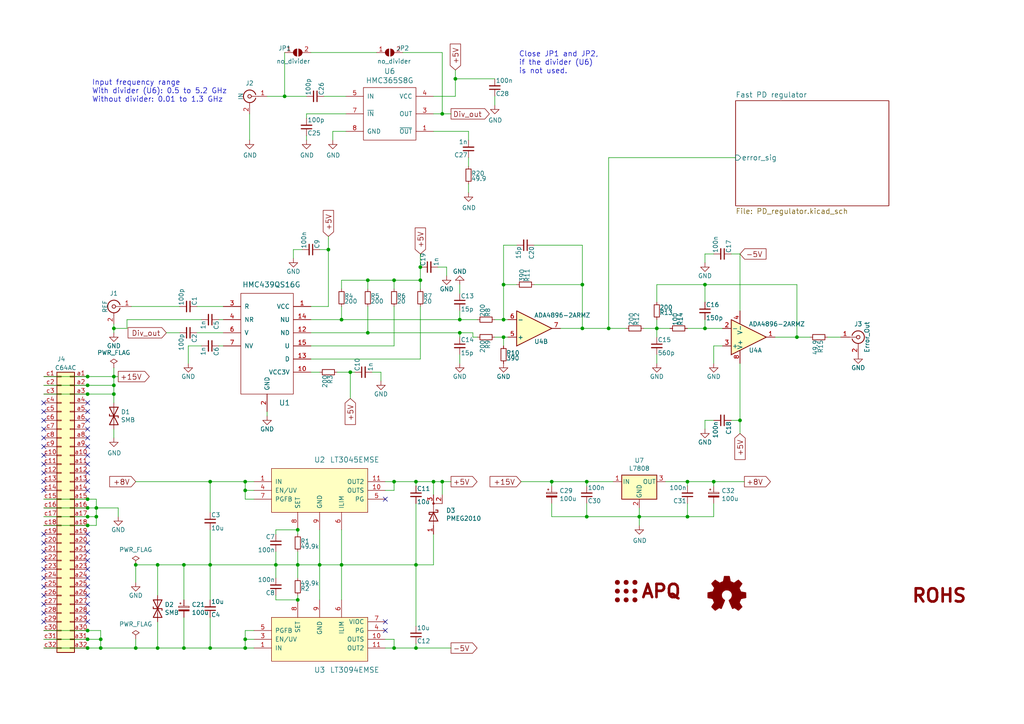
<source format=kicad_sch>
(kicad_sch (version 20211123) (generator eeschema)
  (paper "A4")
  (title_block (title "Phase-Frequency Detector") (date "2023-06-16") (rev "1.4.1") (company "Atoms-Photons-Quanta, IAP, TU Darmstadt") (comment 1 "Tilman Preuschoff"))
  (junction (at 99.06 163.83))
  (junction (at 25.4 149.86))
  (junction (at 82.55 27.94))
  (junction (at 146.05 92.71))
  (junction (at 33.02 111.76))
  (junction (at 120.65 187.96))
  (junction (at 25.4 109.22))
  (junction (at 29.21 187.96))
  (junction (at 25.4 147.32))
  (junction (at 168.91 82.55))
  (junction (at 80.01 163.83))
  (junction (at 33.02 114.3))
  (junction (at 25.4 111.76))
  (junction (at 25.4 152.4))
  (junction (at 60.96 163.83))
  (junction (at 199.39 149.86))
  (junction (at 45.72 187.96))
  (junction (at 190.5 95.25))
  (junction (at 39.37 187.96))
  (junction (at 176.53 95.25))
  (junction (at 170.18 139.7))
  (junction (at 199.39 139.7))
  (junction (at 27.94 149.86))
  (junction (at 25.4 185.42))
  (junction (at 71.12 187.96))
  (junction (at 133.35 92.71))
  (junction (at 71.12 139.7))
  (junction (at 106.68 81.28))
  (junction (at 39.37 163.83))
  (junction (at 86.36 173.99))
  (junction (at 204.47 95.25))
  (junction (at 160.02 139.7))
  (junction (at 185.42 149.86))
  (junction (at 86.36 153.67))
  (junction (at 25.4 114.3))
  (junction (at 86.36 163.83))
  (junction (at 114.3 81.28))
  (junction (at 114.3 139.7))
  (junction (at 128.27 33.02))
  (junction (at 101.6 107.95))
  (junction (at 121.92 77.47))
  (junction (at 60.96 187.96))
  (junction (at 53.34 187.96))
  (junction (at 25.4 144.78))
  (junction (at 133.35 96.52))
  (junction (at 120.65 163.83))
  (junction (at 121.92 81.28))
  (junction (at 71.12 142.24))
  (junction (at 207.01 139.7))
  (junction (at 106.68 96.52))
  (junction (at 170.18 149.86))
  (junction (at 53.34 163.83))
  (junction (at 99.06 92.71))
  (junction (at 125.73 139.7))
  (junction (at 214.63 121.92))
  (junction (at 120.65 139.7))
  (junction (at 114.3 187.96))
  (junction (at 231.14 97.79))
  (junction (at 146.05 97.79))
  (junction (at 25.4 187.96))
  (junction (at 95.25 72.39))
  (junction (at 45.72 163.83))
  (junction (at 27.94 147.32))
  (junction (at 128.27 139.7))
  (junction (at 146.05 82.55))
  (junction (at 204.47 82.55))
  (junction (at 33.02 95.25))
  (junction (at 71.12 185.42))
  (junction (at 60.96 139.7))
  (junction (at 29.21 185.42))
  (junction (at 168.91 95.25))
  (junction (at 132.08 22.86))
  (junction (at 25.4 182.88))
  (junction (at 33.02 109.22))
  (junction (at 92.71 163.83))
  (no_connect (at 12.7 137.16))
  (no_connect (at 25.4 160.02))
  (no_connect (at 25.4 134.62))
  (no_connect (at 12.7 180.34))
  (no_connect (at 25.4 177.8))
  (no_connect (at 12.7 142.24))
  (no_connect (at 25.4 127))
  (no_connect (at 12.7 162.56))
  (no_connect (at 12.7 165.1))
  (no_connect (at 12.7 139.7))
  (no_connect (at 12.7 127))
  (no_connect (at 25.4 172.72))
  (no_connect (at 12.7 175.26))
  (no_connect (at 25.4 162.56))
  (no_connect (at 25.4 129.54))
  (no_connect (at 25.4 170.18))
  (no_connect (at 12.7 160.02))
  (no_connect (at 12.7 170.18))
  (no_connect (at 25.4 132.08))
  (no_connect (at 12.7 132.08))
  (no_connect (at 25.4 142.24))
  (no_connect (at 25.4 137.16))
  (no_connect (at 12.7 177.8))
  (no_connect (at 12.7 129.54))
  (no_connect (at 12.7 121.92))
  (no_connect (at 12.7 119.38))
  (no_connect (at 12.7 116.84))
  (no_connect (at 25.4 139.7))
  (no_connect (at 12.7 154.94))
  (no_connect (at 25.4 157.48))
  (no_connect (at 111.76 182.88))
  (no_connect (at 111.76 144.78))
  (no_connect (at 25.4 180.34))
  (no_connect (at 25.4 119.38))
  (no_connect (at 25.4 121.92))
  (no_connect (at 25.4 116.84))
  (no_connect (at 111.76 180.34))
  (no_connect (at 25.4 175.26))
  (no_connect (at 12.7 172.72))
  (no_connect (at 12.7 157.48))
  (no_connect (at 12.7 134.62))
  (no_connect (at 25.4 165.1))
  (no_connect (at 12.7 167.64))
  (no_connect (at 25.4 124.46))
  (no_connect (at 25.4 154.94))
  (no_connect (at 12.7 124.46))
  (no_connect (at 25.4 167.64))
  (wire (pts (xy 71.12 185.42) (xy 71.12 187.96)))
  (wire (pts (xy 114.3 142.24) (xy 114.3 139.7)))
  (wire (pts (xy 135.89 55.88) (xy 135.89 53.34)))
  (wire (pts (xy 52.07 96.52) (xy 48.26 96.52)))
  (wire (pts (xy 27.94 149.86) (xy 27.94 152.4)))
  (wire (pts (xy 99.06 163.83) (xy 99.06 173.99)))
  (wire (pts (xy 120.65 139.7) (xy 120.65 140.97)))
  (wire (pts (xy 168.91 95.25) (xy 168.91 82.55)))
  (wire (pts (xy 114.3 88.9) (xy 114.3 100.33)))
  (wire (pts (xy 146.05 92.71) (xy 147.32 92.71)))
  (wire (pts (xy 95.25 72.39) (xy 95.25 88.9)))
  (wire (pts (xy 25.4 182.88) (xy 29.21 182.88)))
  (wire (pts (xy 36.83 92.71) (xy 36.83 95.25)))
  (wire (pts (xy 114.3 100.33) (xy 90.17 100.33)))
  (wire (pts (xy 190.5 95.25) (xy 194.31 95.25)))
  (wire (pts (xy 101.6 107.95) (xy 102.87 107.95)))
  (wire (pts (xy 176.53 95.25) (xy 176.53 45.72)))
  (wire (pts (xy 130.81 33.02) (xy 128.27 33.02)))
  (wire (pts (xy 86.36 160.02) (xy 86.36 163.83)))
  (wire (pts (xy 95.25 68.58) (xy 95.25 72.39)))
  (wire (pts (xy 25.4 147.32) (xy 27.94 147.32)))
  (wire (pts (xy 27.94 147.32) (xy 27.94 149.86)))
  (wire (pts (xy 110.49 107.95) (xy 110.49 110.49)))
  (wire (pts (xy 71.12 144.78) (xy 73.66 144.78)))
  (wire (pts (xy 106.68 88.9) (xy 106.68 96.52)))
  (wire (pts (xy 143.51 27.94) (xy 143.51 30.48)))
  (wire (pts (xy 99.06 163.83) (xy 120.65 163.83)))
  (wire (pts (xy 204.47 92.71) (xy 204.47 95.25)))
  (wire (pts (xy 114.3 81.28) (xy 114.3 83.82)))
  (wire (pts (xy 132.08 27.94) (xy 125.73 27.94)))
  (wire (pts (xy 185.42 149.86) (xy 199.39 149.86)))
  (wire (pts (xy 73.66 182.88) (xy 71.12 182.88)))
  (wire (pts (xy 133.35 96.52) (xy 133.35 97.79)))
  (wire (pts (xy 77.47 27.94) (xy 82.55 27.94)))
  (wire (pts (xy 25.4 144.78) (xy 27.94 144.78)))
  (wire (pts (xy 120.65 163.83) (xy 120.65 181.61)))
  (wire (pts (xy 86.36 163.83) (xy 92.71 163.83)))
  (wire (pts (xy 92.71 72.39) (xy 95.25 72.39)))
  (wire (pts (xy 231.14 97.79) (xy 234.95 97.79)))
  (wire (pts (xy 33.02 111.76) (xy 33.02 109.22)))
  (wire (pts (xy 132.08 22.86) (xy 143.51 22.86)))
  (wire (pts (xy 162.56 95.25) (xy 168.91 95.25)))
  (wire (pts (xy 133.35 92.71) (xy 138.43 92.71)))
  (wire (pts (xy 125.73 163.83) (xy 120.65 163.83)))
  (wire (pts (xy 39.37 163.83) (xy 45.72 163.83)))
  (wire (pts (xy 204.47 73.66) (xy 207.01 73.66)))
  (wire (pts (xy 33.02 95.25) (xy 33.02 96.52)))
  (wire (pts (xy 185.42 149.86) (xy 185.42 152.4)))
  (wire (pts (xy 53.34 173.99) (xy 53.34 163.83)))
  (wire (pts (xy 114.3 81.28) (xy 121.92 81.28)))
  (wire (pts (xy 170.18 146.05) (xy 170.18 149.86)))
  (wire (pts (xy 190.5 92.71) (xy 190.5 95.25)))
  (wire (pts (xy 64.77 88.9) (xy 57.15 88.9)))
  (wire (pts (xy 130.81 139.7) (xy 128.27 139.7)))
  (wire (pts (xy 45.72 187.96) (xy 53.34 187.96)))
  (wire (pts (xy 146.05 82.55) (xy 149.86 82.55)))
  (wire (pts (xy 45.72 163.83) (xy 53.34 163.83)))
  (wire (pts (xy 121.92 104.14) (xy 90.17 104.14)))
  (wire (pts (xy 86.36 163.83) (xy 86.36 167.64)))
  (wire (pts (xy 99.06 88.9) (xy 99.06 92.71)))
  (wire (pts (xy 33.02 109.22) (xy 34.29 109.22)))
  (wire (pts (xy 80.01 172.72) (xy 80.01 173.99)))
  (wire (pts (xy 130.81 187.96) (xy 120.65 187.96)))
  (wire (pts (xy 154.94 71.12) (xy 168.91 71.12)))
  (wire (pts (xy 168.91 71.12) (xy 168.91 82.55)))
  (wire (pts (xy 146.05 82.55) (xy 146.05 71.12)))
  (wire (pts (xy 86.36 173.99) (xy 86.36 172.72)))
  (wire (pts (xy 85.09 72.39) (xy 85.09 74.93)))
  (wire (pts (xy 212.09 121.92) (xy 214.63 121.92)))
  (wire (pts (xy 80.01 163.83) (xy 86.36 163.83)))
  (wire (pts (xy 129.54 77.47) (xy 129.54 80.01)))
  (wire (pts (xy 99.06 153.67) (xy 99.06 163.83)))
  (wire (pts (xy 96.52 38.1) (xy 96.52 40.64)))
  (wire (pts (xy 60.96 187.96) (xy 71.12 187.96)))
  (wire (pts (xy 214.63 125.73) (xy 214.63 121.92)))
  (wire (pts (xy 160.02 149.86) (xy 170.18 149.86)))
  (wire (pts (xy 125.73 139.7) (xy 125.73 143.51)))
  (wire (pts (xy 129.54 77.47) (xy 127 77.47)))
  (wire (pts (xy 12.7 111.76) (xy 25.4 111.76)))
  (wire (pts (xy 73.66 185.42) (xy 71.12 185.42)))
  (wire (pts (xy 204.47 82.55) (xy 231.14 82.55)))
  (wire (pts (xy 71.12 139.7) (xy 71.12 142.24)))
  (wire (pts (xy 132.08 22.86) (xy 132.08 27.94)))
  (wire (pts (xy 88.9 40.64) (xy 88.9 39.37)))
  (wire (pts (xy 71.12 142.24) (xy 71.12 144.78)))
  (wire (pts (xy 80.01 163.83) (xy 80.01 167.64)))
  (wire (pts (xy 106.68 81.28) (xy 114.3 81.28)))
  (wire (pts (xy 99.06 92.71) (xy 133.35 92.71)))
  (wire (pts (xy 111.76 139.7) (xy 114.3 139.7)))
  (wire (pts (xy 93.98 27.94) (xy 100.33 27.94)))
  (wire (pts (xy 85.09 72.39) (xy 87.63 72.39)))
  (wire (pts (xy 170.18 139.7) (xy 177.8 139.7)))
  (wire (pts (xy 160.02 139.7) (xy 170.18 139.7)))
  (wire (pts (xy 38.1 88.9) (xy 52.07 88.9)))
  (wire (pts (xy 39.37 187.96) (xy 45.72 187.96)))
  (wire (pts (xy 147.32 97.79) (xy 146.05 97.79)))
  (wire (pts (xy 86.36 153.67) (xy 86.36 154.94)))
  (wire (pts (xy 36.83 95.25) (xy 33.02 95.25)))
  (wire (pts (xy 132.08 20.32) (xy 132.08 22.86)))
  (wire (pts (xy 170.18 149.86) (xy 185.42 149.86)))
  (wire (pts (xy 154.94 82.55) (xy 168.91 82.55)))
  (wire (pts (xy 33.02 127) (xy 33.02 124.46)))
  (wire (pts (xy 120.65 187.96) (xy 114.3 187.96)))
  (wire (pts (xy 121.92 73.66) (xy 121.92 77.47)))
  (wire (pts (xy 25.4 109.22) (xy 33.02 109.22)))
  (wire (pts (xy 199.39 139.7) (xy 199.39 140.97)))
  (wire (pts (xy 128.27 33.02) (xy 125.73 33.02)))
  (wire (pts (xy 190.5 95.25) (xy 190.5 97.79)))
  (wire (pts (xy 90.17 15.24) (xy 109.22 15.24)))
  (wire (pts (xy 160.02 139.7) (xy 160.02 140.97)))
  (wire (pts (xy 125.73 38.1) (xy 135.89 38.1)))
  (wire (pts (xy 29.21 182.88) (xy 29.21 185.42)))
  (wire (pts (xy 137.16 96.52) (xy 137.16 97.79)))
  (wire (pts (xy 25.4 152.4) (xy 27.94 152.4)))
  (wire (pts (xy 207.01 149.86) (xy 207.01 146.05)))
  (wire (pts (xy 146.05 71.12) (xy 149.86 71.12)))
  (wire (pts (xy 151.13 139.7) (xy 160.02 139.7)))
  (wire (pts (xy 92.71 163.83) (xy 92.71 153.67)))
  (wire (pts (xy 204.47 87.63) (xy 204.47 82.55)))
  (wire (pts (xy 199.39 139.7) (xy 207.01 139.7)))
  (wire (pts (xy 114.3 187.96) (xy 111.76 187.96)))
  (wire (pts (xy 71.12 139.7) (xy 73.66 139.7)))
  (wire (pts (xy 137.16 97.79) (xy 138.43 97.79)))
  (wire (pts (xy 58.42 100.33) (xy 54.61 100.33)))
  (wire (pts (xy 80.01 154.94) (xy 80.01 153.67)))
  (wire (pts (xy 12.7 182.88) (xy 25.4 182.88)))
  (wire (pts (xy 90.17 107.95) (xy 92.71 107.95)))
  (wire (pts (xy 29.21 185.42) (xy 29.21 187.96)))
  (wire (pts (xy 64.77 92.71) (xy 63.5 92.71)))
  (wire (pts (xy 204.47 121.92) (xy 207.01 121.92)))
  (wire (pts (xy 71.12 142.24) (xy 73.66 142.24)))
  (wire (pts (xy 120.65 139.7) (xy 114.3 139.7)))
  (wire (pts (xy 25.4 114.3) (xy 33.02 114.3)))
  (wire (pts (xy 207.01 139.7) (xy 207.01 140.97)))
  (wire (pts (xy 133.35 82.55) (xy 133.35 85.09)))
  (wire (pts (xy 160.02 146.05) (xy 160.02 149.86)))
  (wire (pts (xy 204.47 73.66) (xy 204.47 76.2)))
  (wire (pts (xy 100.33 33.02) (xy 88.9 33.02)))
  (wire (pts (xy 116.84 15.24) (xy 128.27 15.24)))
  (wire (pts (xy 111.76 185.42) (xy 114.3 185.42)))
  (wire (pts (xy 33.02 114.3) (xy 33.02 116.84)))
  (wire (pts (xy 106.68 81.28) (xy 106.68 83.82)))
  (wire (pts (xy 101.6 107.95) (xy 101.6 115.57)))
  (wire (pts (xy 60.96 139.7) (xy 71.12 139.7)))
  (wire (pts (xy 60.96 153.67) (xy 60.96 163.83)))
  (wire (pts (xy 212.09 73.66) (xy 214.63 73.66)))
  (wire (pts (xy 25.4 185.42) (xy 29.21 185.42)))
  (wire (pts (xy 128.27 15.24) (xy 128.27 33.02)))
  (wire (pts (xy 12.7 147.32) (xy 25.4 147.32)))
  (wire (pts (xy 80.01 160.02) (xy 80.01 163.83)))
  (wire (pts (xy 135.89 48.26) (xy 135.89 45.72)))
  (wire (pts (xy 12.7 114.3) (xy 25.4 114.3)))
  (wire (pts (xy 25.4 111.76) (xy 33.02 111.76)))
  (wire (pts (xy 29.21 187.96) (xy 39.37 187.96)))
  (wire (pts (xy 146.05 97.79) (xy 143.51 97.79)))
  (wire (pts (xy 199.39 149.86) (xy 207.01 149.86)))
  (wire (pts (xy 146.05 82.55) (xy 146.05 92.71)))
  (wire (pts (xy 168.91 95.25) (xy 176.53 95.25)))
  (wire (pts (xy 60.96 187.96) (xy 60.96 179.07)))
  (wire (pts (xy 27.94 147.32) (xy 34.29 147.32)))
  (wire (pts (xy 12.7 187.96) (xy 25.4 187.96)))
  (wire (pts (xy 90.17 96.52) (xy 106.68 96.52)))
  (wire (pts (xy 71.12 187.96) (xy 73.66 187.96)))
  (wire (pts (xy 60.96 139.7) (xy 60.96 148.59)))
  (wire (pts (xy 114.3 185.42) (xy 114.3 187.96)))
  (wire (pts (xy 80.01 173.99) (xy 86.36 173.99)))
  (wire (pts (xy 72.39 33.02) (xy 72.39 40.64)))
  (wire (pts (xy 146.05 97.79) (xy 146.05 100.33)))
  (wire (pts (xy 71.12 182.88) (xy 71.12 185.42)))
  (wire (pts (xy 111.76 142.24) (xy 114.3 142.24)))
  (wire (pts (xy 39.37 139.7) (xy 60.96 139.7)))
  (wire (pts (xy 27.94 144.78) (xy 27.94 147.32)))
  (wire (pts (xy 45.72 172.72) (xy 45.72 163.83)))
  (wire (pts (xy 80.01 153.67) (xy 86.36 153.67)))
  (wire (pts (xy 133.35 96.52) (xy 137.16 96.52)))
  (wire (pts (xy 12.7 144.78) (xy 25.4 144.78)))
  (wire (pts (xy 240.03 97.79) (xy 243.84 97.79)))
  (wire (pts (xy 120.65 146.05) (xy 120.65 163.83)))
  (wire (pts (xy 33.02 93.98) (xy 33.02 95.25)))
  (wire (pts (xy 121.92 81.28) (xy 121.92 77.47)))
  (wire (pts (xy 77.47 119.38) (xy 77.47 120.65)))
  (wire (pts (xy 185.42 147.32) (xy 185.42 149.86)))
  (wire (pts (xy 82.55 27.94) (xy 88.9 27.94)))
  (wire (pts (xy 53.34 187.96) (xy 60.96 187.96)))
  (wire (pts (xy 186.69 95.25) (xy 190.5 95.25)))
  (wire (pts (xy 92.71 163.83) (xy 92.71 173.99)))
  (wire (pts (xy 133.35 92.71) (xy 133.35 90.17)))
  (wire (pts (xy 12.7 185.42) (xy 25.4 185.42)))
  (wire (pts (xy 204.47 95.25) (xy 209.55 95.25)))
  (wire (pts (xy 207.01 139.7) (xy 215.9 139.7)))
  (wire (pts (xy 36.83 92.71) (xy 58.42 92.71)))
  (wire (pts (xy 190.5 82.55) (xy 204.47 82.55)))
  (wire (pts (xy 39.37 185.42) (xy 39.37 187.96)))
  (wire (pts (xy 120.65 187.96) (xy 120.65 186.69)))
  (wire (pts (xy 135.89 38.1) (xy 135.89 40.64)))
  (wire (pts (xy 133.35 102.87) (xy 133.35 105.41)))
  (wire (pts (xy 121.92 81.28) (xy 121.92 83.82)))
  (wire (pts (xy 45.72 180.34) (xy 45.72 187.96)))
  (wire (pts (xy 207.01 100.33) (xy 207.01 105.41)))
  (wire (pts (xy 12.7 152.4) (xy 25.4 152.4)))
  (wire (pts (xy 121.92 88.9) (xy 121.92 104.14)))
  (wire (pts (xy 231.14 82.55) (xy 231.14 97.79)))
  (wire (pts (xy 125.73 139.7) (xy 120.65 139.7)))
  (wire (pts (xy 92.71 163.83) (xy 99.06 163.83)))
  (wire (pts (xy 60.96 163.83) (xy 60.96 173.99)))
  (wire (pts (xy 204.47 121.92) (xy 204.47 124.46)))
  (wire (pts (xy 53.34 179.07) (xy 53.34 187.96)))
  (wire (pts (xy 106.68 96.52) (xy 133.35 96.52)))
  (wire (pts (xy 82.55 15.24) (xy 82.55 27.94)))
  (wire (pts (xy 96.52 38.1) (xy 100.33 38.1)))
  (wire (pts (xy 170.18 140.97) (xy 170.18 139.7)))
  (wire (pts (xy 143.51 92.71) (xy 146.05 92.71)))
  (wire (pts (xy 99.06 83.82) (xy 99.06 81.28)))
  (wire (pts (xy 54.61 100.33) (xy 54.61 105.41)))
  (wire (pts (xy 99.06 81.28) (xy 106.68 81.28)))
  (wire (pts (xy 39.37 163.83) (xy 39.37 168.91)))
  (wire (pts (xy 53.34 163.83) (xy 60.96 163.83)))
  (wire (pts (xy 34.29 147.32) (xy 34.29 149.86)))
  (wire (pts (xy 199.39 146.05) (xy 199.39 149.86)))
  (wire (pts (xy 95.25 88.9) (xy 90.17 88.9)))
  (wire (pts (xy 33.02 106.68) (xy 33.02 109.22)))
  (wire (pts (xy 25.4 149.86) (xy 27.94 149.86)))
  (wire (pts (xy 199.39 95.25) (xy 204.47 95.25)))
  (wire (pts (xy 190.5 102.87) (xy 190.5 105.41)))
  (wire (pts (xy 128.27 139.7) (xy 125.73 139.7)))
  (wire (pts (xy 12.7 109.22) (xy 25.4 109.22)))
  (wire (pts (xy 176.53 45.72) (xy 213.36 45.72)))
  (wire (pts (xy 60.96 163.83) (xy 80.01 163.83)))
  (wire (pts (xy 214.63 73.66) (xy 214.63 90.17)))
  (wire (pts (xy 64.77 96.52) (xy 57.15 96.52)))
  (wire (pts (xy 214.63 121.92) (xy 214.63 105.41)))
  (wire (pts (xy 125.73 154.94) (xy 125.73 163.83)))
  (wire (pts (xy 33.02 111.76) (xy 33.02 114.3)))
  (wire (pts (xy 25.4 187.96) (xy 29.21 187.96)))
  (wire (pts (xy 193.04 139.7) (xy 199.39 139.7)))
  (wire (pts (xy 181.61 95.25) (xy 176.53 95.25)))
  (wire (pts (xy 209.55 100.33) (xy 207.01 100.33)))
  (wire (pts (xy 110.49 107.95) (xy 107.95 107.95)))
  (wire (pts (xy 190.5 87.63) (xy 190.5 82.55)))
  (wire (pts (xy 12.7 149.86) (xy 25.4 149.86)))
  (wire (pts (xy 97.79 107.95) (xy 101.6 107.95)))
  (wire (pts (xy 224.79 97.79) (xy 231.14 97.79)))
  (wire (pts (xy 90.17 92.71) (xy 99.06 92.71)))
  (wire (pts (xy 88.9 33.02) (xy 88.9 34.29)))
  (wire (pts (xy 64.77 100.33) (xy 63.5 100.33)))
  (wire (pts (xy 128.27 139.7) (xy 128.27 143.51)))
  (text "Input frequency range\nWith divider (U6): 0.5 to 5.2 GHz\nWithout divider: 0.01 to 1.3 GHz\n" (at 26.67 29.845 0) (effects (font (size 1.524 1.524)) (justify left bottom)))
  (text "Close JP1 and JP2,\nif the divider (U6)\nis not used.\n" (at 150.495 21.59 0) (effects (font (size 1.524 1.524)) (justify left bottom)))
  (global_label "+8V" (shape output) (at 215.9 139.7 0) (effects (font (size 1.524 1.524))) (property "Intersheet References" "${INTERSHEET_REFS}" (effects hide)))
  (global_label "+5V" (shape input) (at 132.08 20.32 90) (effects (font (size 1.524 1.524))) (property "Intersheet References" "${INTERSHEET_REFS}" (effects hide)))
  (global_label "-5V" (shape input) (at 214.63 73.66 0) (effects (font (size 1.524 1.524))) (property "Intersheet References" "${INTERSHEET_REFS}" (effects hide)))
  (global_label "+15V" (shape input) (at 151.13 139.7 180) (effects (font (size 1.524 1.524))) (property "Intersheet References" "${INTERSHEET_REFS}" (effects hide)))
  (global_label "+5V" (shape output) (at 130.81 139.7 0) (effects (font (size 1.524 1.524))) (property "Intersheet References" "${INTERSHEET_REFS}" (effects hide)))
  (global_label "-5V" (shape output) (at 130.81 187.96 0) (effects (font (size 1.524 1.524))) (property "Intersheet References" "${INTERSHEET_REFS}" (effects hide)))
  (global_label "Div_out" (shape input) (at 48.26 96.52 180) (effects (font (size 1.524 1.524))) (property "Intersheet References" "${INTERSHEET_REFS}" (effects hide)))
  (global_label "+5V" (shape input) (at 95.25 68.58 90) (effects (font (size 1.524 1.524))) (property "Intersheet References" "${INTERSHEET_REFS}" (effects hide)))
  (global_label "+15V" (shape output) (at 34.29 109.22 0) (effects (font (size 1.524 1.524))) (property "Intersheet References" "${INTERSHEET_REFS}" (effects hide)))
  (global_label "+5V" (shape input) (at 214.63 125.73 270) (effects (font (size 1.524 1.524))) (property "Intersheet References" "${INTERSHEET_REFS}" (effects hide)))
  (global_label "+8V" (shape input) (at 39.37 139.7 180) (effects (font (size 1.524 1.524))) (property "Intersheet References" "${INTERSHEET_REFS}" (effects hide)))
  (global_label "Div_out" (shape output) (at 130.81 33.02 0) (effects (font (size 1.524 1.524))) (property "Intersheet References" "${INTERSHEET_REFS}" (effects hide)))
  (global_label "+5V" (shape input) (at 121.92 73.66 90) (effects (font (size 1.524 1.524))) (property "Intersheet References" "${INTERSHEET_REFS}" (effects hide)))
  (global_label "+5V" (shape input) (at 101.6 115.57 270) (effects (font (size 1.524 1.524))) (property "Intersheet References" "${INTERSHEET_REFS}" (effects hide)))
  (symbol (lib_id "Linear-Technology:LT3045EMSE") (at 92.71 142.24 0) (unit 1)
    (property "Reference" "U2" (at 92.71 133.35 0) (effects (font (size 1.524 1.524))))
    (property "Value" "LT3045EMSE" (at 102.87 133.35 0) (effects (font (size 1.524 1.524))))
    (property "Footprint" "Package_SO:MSOP-12-1EP_3x4mm_P0.65mm_EP1.65x2.85mm" (effects hide))
    (property "MFN" "Analog Devices" (effects hide))
    (property "PN" "LT3045EMSE#PBF" (effects hide))
  )
  (symbol (lib_id "Device:C_Small") (at 60.96 151.13 0) (unit 1)
    (property "Reference" "C3" (at 61.214 149.352 0) (effects (justify left)))
    (property "Value" "10u" (at 61.214 153.162 0) (effects (justify left)))
    (property "Footprint" "Capacitor_SMD:C_1210_3225Metric" (effects hide))
    (property "MFN" "TDK" (effects hide))
    (property "PN" "C3225X7R2A106K250AC " (effects hide))
  )
  (symbol (lib_id "Device:C_Small") (at 80.01 157.48 0) (mirror y) (unit 1)
    (property "Reference" "C7" (at 79.756 155.702 0) (effects (justify left)))
    (property "Value" "100n" (at 79.756 159.512 0) (effects (justify left)))
    (property "Footprint" "Capacitor_SMD:C_1206_3216Metric" (effects hide))
    (property "MFN" "Murata-Electronics" (effects hide))
    (property "PN" "GRM3195C2A104JA01D" (effects hide))
  )
  (symbol (lib_id "Device:C_Small") (at 120.65 143.51 0) (unit 1)
    (property "Reference" "C11" (at 120.904 141.732 0) (effects (justify left)))
    (property "Value" "10u" (at 120.904 145.542 0) (effects (justify left)))
    (property "Footprint" "Capacitor_SMD:C_1210_3225Metric" (effects hide))
    (property "MFN" "TDK" (effects hide))
    (property "PN" "C3225X7R2A106K250AC " (effects hide))
  )
  (symbol (lib_id "Device:R_Small") (at 86.36 157.48 0) (unit 1)
    (property "Reference" "R1" (at 87.122 156.972 0) (effects (justify left)))
    (property "Value" "49.9k" (at 87.122 158.496 0) (effects (justify left)))
    (property "Footprint" "Resistor_SMD:R_0603_1608Metric" (effects hide))
    (property "MFN" "Panasonic " (effects hide))
    (property "PN" "ERJ-UP3F4992V " (effects hide))
  )
  (symbol (lib_id "power:GND") (at 39.37 168.91 0) (unit 1)
    (property "Reference" "#PWR01" (effects hide))
    (property "Value" "GND" (at 39.37 172.72 0))
  )
  (symbol (lib_id "Device:C_Small") (at 60.96 176.53 0) (mirror x) (unit 1)
    (property "Reference" "C4" (at 61.214 178.308 0) (effects (justify left)))
    (property "Value" "10u" (at 61.214 174.498 0) (effects (justify left)))
    (property "Footprint" "Capacitor_SMD:C_1210_3225Metric" (effects hide))
    (property "MFN" "TDK" (effects hide))
    (property "PN" "C3225X7R2A106K250AC " (effects hide))
  )
  (symbol (lib_id "Device:C_Small") (at 80.01 170.18 180) (unit 1)
    (property "Reference" "C8" (at 79.756 171.958 0) (effects (justify left)))
    (property "Value" "100n" (at 79.756 168.148 0) (effects (justify left)))
    (property "Footprint" "Capacitor_SMD:C_1206_3216Metric" (effects hide))
    (property "MFN" "Murata-Electronics" (effects hide))
    (property "PN" "GRM3195C2A104JA01D" (effects hide))
  )
  (symbol (lib_id "Device:C_Small") (at 120.65 184.15 0) (mirror x) (unit 1)
    (property "Reference" "C12" (at 120.904 185.928 0) (effects (justify left)))
    (property "Value" "10u" (at 120.904 182.118 0) (effects (justify left)))
    (property "Footprint" "Capacitor_SMD:C_1210_3225Metric" (effects hide))
    (property "MFN" "TDK" (effects hide))
    (property "PN" "C3225X7R2A106K250AC " (effects hide))
  )
  (symbol (lib_id "Device:R_Small") (at 86.36 170.18 0) (mirror x) (unit 1)
    (property "Reference" "R2" (at 87.122 170.688 0) (effects (justify left)))
    (property "Value" "49.9k" (at 87.122 169.164 0) (effects (justify left)))
    (property "Footprint" "Resistor_SMD:R_0603_1608Metric" (effects hide))
    (property "MFN" "Panasonic " (effects hide))
    (property "PN" "ERJ-UP3F4992V " (effects hide))
  )
  (symbol (lib_id "Linear-Technology:HMC439QS16G") (at 77.47 124.46 0) (unit 1)
    (property "Reference" "U1" (at 82.55 116.84 0) (effects (font (size 1.524 1.524))))
    (property "Value" "HMC439QS16G" (at 78.74 82.55 0) (effects (font (size 1.524 1.524))))
    (property "Footprint" "footprints:QSOP-16_3.9x4.9mm_P0.635mm_EP_2.3mmx1.75mm_DNF" (effects hide))
    (property "MFN" "Analog Devices" (effects hide))
    (property "Config" "DNF" (effects hide))
    (property "PN" "HMC439QS16GE" (effects hide))
  )
  (symbol (lib_id "power:GND") (at 77.47 120.65 0) (unit 1)
    (property "Reference" "#PWR02" (effects hide))
    (property "Value" "GND" (at 77.47 124.46 0))
  )
  (symbol (lib_id "Connector:Conn_Coaxial") (at 33.02 88.9 0) (mirror y) (unit 1)
    (property "Reference" "J1" (at 33.02 85.09 0))
    (property "Value" "REF" (at 30.48 88.9 90))
    (property "Footprint" "Connector_Coaxial:SMA_Amphenol_132289_EdgeMount" (effects hide))
    (property "Datasheet" "https://www.mouser.de/datasheet/2/238/conrevsma006.062-g-1544686.pdf" (effects hide))
    (property "MFN" "Amphenol" (effects hide))
    (property "PN" "132289" (effects hide))
  )
  (symbol (lib_id "Device:C_Small") (at 54.61 88.9 270) (mirror x) (unit 1)
    (property "Reference" "C1" (at 56.388 88.646 0) (effects (justify left)))
    (property "Value" "100p" (at 52.578 88.646 0) (effects (justify left)))
    (property "Footprint" "Capacitor_SMD:C_0603_1608Metric" (effects hide))
    (property "MFN" "TDK" (effects hide))
    (property "PN" "CGJ3E2C0G2A101J080AA" (effects hide))
  )
  (symbol (lib_id "Device:C_Small") (at 60.96 92.71 270) (unit 1)
    (property "Reference" "C5" (at 62.738 92.964 0) (effects (justify left)))
    (property "Value" "1n" (at 58.928 92.964 0) (effects (justify left)))
    (property "Footprint" "Capacitor_SMD:C_0603_1608Metric" (effects hide))
    (property "MFN" "KEMET" (effects hide))
    (property "PN" "C0603X102K4RACAUTO " (effects hide))
  )
  (symbol (lib_id "Device:C_Small") (at 54.61 96.52 270) (unit 1)
    (property "Reference" "C2" (at 56.388 96.774 0) (effects (justify left)))
    (property "Value" "100p" (at 52.578 96.774 0) (effects (justify left)))
    (property "Footprint" "Capacitor_SMD:C_0603_1608Metric" (effects hide))
    (property "MFN" "TDK" (effects hide))
    (property "PN" "CGJ3E2C0G2A101J080AA" (effects hide))
  )
  (symbol (lib_id "Device:C_Small") (at 60.96 100.33 270) (unit 1)
    (property "Reference" "C6" (at 62.738 100.584 0) (effects (justify left)))
    (property "Value" "1n" (at 58.928 100.584 0) (effects (justify left)))
    (property "Footprint" "Capacitor_SMD:C_0603_1608Metric" (effects hide))
    (property "MFN" "KEMET" (effects hide))
    (property "PN" "C0603X102K4RACAUTO " (effects hide))
  )
  (symbol (lib_id "Device:C_Small") (at 90.17 72.39 270) (mirror x) (unit 1)
    (property "Reference" "C9" (at 91.948 72.136 0) (effects (justify left)))
    (property "Value" "100n" (at 88.138 72.136 0) (effects (justify left)))
    (property "Footprint" "Capacitor_SMD:C_0603_1608Metric" (effects hide))
    (property "MFN" "KEMET" (effects hide))
    (property "PN" "C0603C104K5RAC3121 " (effects hide))
  )
  (symbol (lib_id "Device:C_Small") (at 133.35 87.63 0) (unit 1)
    (property "Reference" "C13" (at 133.604 85.852 0) (effects (justify left)))
    (property "Value" "15p" (at 133.604 89.662 0) (effects (justify left)))
    (property "Footprint" "Capacitor_SMD:C_0603_1608Metric" (effects hide))
    (property "MFN" "Vishay / Vitramon " (effects hide))
    (property "PN" "VJ0603A150JXBAC " (effects hide))
  )
  (symbol (lib_id "Device:C_Small") (at 133.35 100.33 0) (unit 1)
    (property "Reference" "C14" (at 133.604 98.552 0) (effects (justify left)))
    (property "Value" "15p" (at 133.604 102.362 0) (effects (justify left)))
    (property "Footprint" "Capacitor_SMD:C_0603_1608Metric" (effects hide))
    (property "MFN" "Vishay / Vitramon " (effects hide))
    (property "PN" "VJ0603A150JXBAC " (effects hide))
  )
  (symbol (lib_id "Device:R_Small") (at 95.25 107.95 270) (unit 1)
    (property "Reference" "R3" (at 95.758 108.712 0) (effects (justify left)))
    (property "Value" "200" (at 94.234 108.712 0) (effects (justify left)))
    (property "Footprint" "Resistor_SMD:R_0603_1608Metric" (effects hide))
    (property "MFN" "Yageo" (effects hide))
    (property "PN" "RC0603FR-13200RL" (effects hide))
  )
  (symbol (lib_id "Device:R_Small") (at 99.06 86.36 0) (unit 1)
    (property "Reference" "R4" (at 99.822 85.852 0) (effects (justify left)))
    (property "Value" "200" (at 99.822 87.376 0) (effects (justify left)))
    (property "Footprint" "Resistor_SMD:R_0603_1608Metric" (effects hide))
    (property "MFN" "Yageo" (effects hide))
    (property "PN" "RC0603FR-13200RL" (effects hide))
  )
  (symbol (lib_id "Device:R_Small") (at 106.68 86.36 0) (unit 1)
    (property "Reference" "R5" (at 107.442 85.852 0) (effects (justify left)))
    (property "Value" "200" (at 107.442 87.376 0) (effects (justify left)))
    (property "Footprint" "Resistor_SMD:R_0603_1608Metric" (effects hide))
    (property "MFN" "Yageo" (effects hide))
    (property "PN" "RC0603FR-13200RL" (effects hide))
  )
  (symbol (lib_id "Device:R_Small") (at 114.3 86.36 0) (unit 1)
    (property "Reference" "R6" (at 115.062 85.852 0) (effects (justify left)))
    (property "Value" "20" (at 115.062 87.376 0) (effects (justify left)))
    (property "Footprint" "Resistor_SMD:R_0603_1608Metric" (effects hide))
    (property "MFN" "Yageo" (effects hide))
    (property "PN" "AC0603FR-0720RL" (effects hide))
  )
  (symbol (lib_id "Device:R_Small") (at 121.92 86.36 0) (unit 1)
    (property "Reference" "R7" (at 122.682 85.852 0) (effects (justify left)))
    (property "Value" "20" (at 122.682 87.376 0) (effects (justify left)))
    (property "Footprint" "Resistor_SMD:R_0603_1608Metric" (effects hide))
    (property "MFN" "Yageo" (effects hide))
    (property "PN" "AC0603FR-0720RL" (effects hide))
  )
  (symbol (lib_id "Connector:Conn_Coaxial") (at 72.39 27.94 0) (mirror y) (unit 1)
    (property "Reference" "J2" (at 72.39 24.13 0))
    (property "Value" "IN" (at 69.85 27.94 90))
    (property "Footprint" "Connector_Coaxial:SMA_Amphenol_132289_EdgeMount" (effects hide))
    (property "Datasheet" "https://www.mouser.de/datasheet/2/238/conrevsma006.062-g-1544686.pdf" (effects hide))
    (property "MFN" "Amphenol" (effects hide))
    (property "PN" "132289" (effects hide))
  )
  (symbol (lib_id "power:GND") (at 33.02 96.52 0) (unit 1)
    (property "Reference" "#PWR03" (effects hide))
    (property "Value" "GND" (at 33.02 100.33 0))
  )
  (symbol (lib_id "power:GND") (at 133.35 105.41 0) (unit 1)
    (property "Reference" "#PWR04" (effects hide))
    (property "Value" "GND" (at 133.35 109.22 0))
  )
  (symbol (lib_id "power:GND") (at 133.35 82.55 180) (unit 1)
    (property "Reference" "#PWR05" (effects hide))
    (property "Value" "GND" (at 133.35 78.74 0))
  )
  (symbol (lib_id "power:GND") (at 85.09 74.93 0) (unit 1)
    (property "Reference" "#PWR06" (effects hide))
    (property "Value" "GND" (at 85.09 78.74 0))
  )
  (symbol (lib_id "Device:C_Small") (at 105.41 107.95 90) (unit 1)
    (property "Reference" "C10" (at 103.632 107.696 0) (effects (justify left)))
    (property "Value" "1n" (at 107.442 107.696 0) (effects (justify left)))
    (property "Footprint" "Capacitor_SMD:C_0603_1608Metric" (effects hide))
    (property "MFN" "KEMET" (effects hide))
    (property "PN" "C0603X102K4RACAUTO " (effects hide))
  )
  (symbol (lib_id "power:GND") (at 110.49 110.49 0) (mirror y) (unit 1)
    (property "Reference" "#PWR07" (effects hide))
    (property "Value" "GND" (at 110.49 114.3 0))
  )
  (symbol (lib_id "Device:C_Small") (at 209.55 73.66 270) (mirror x) (unit 1)
    (property "Reference" "C17" (at 211.328 73.406 0) (effects (justify left)))
    (property "Value" "100n" (at 207.518 73.406 0) (effects (justify left)))
    (property "Footprint" "Capacitor_SMD:C_0603_1608Metric" (effects hide))
    (property "MFN" "KEMET" (effects hide))
    (property "PN" "C0603C104K5RAC3121 " (effects hide))
  )
  (symbol (lib_id "power:GND") (at 204.47 76.2 0) (unit 1)
    (property "Reference" "#PWR08" (effects hide))
    (property "Value" "GND" (at 204.47 80.01 0))
  )
  (symbol (lib_id "Device:C_Small") (at 209.55 121.92 270) (unit 1)
    (property "Reference" "C18" (at 211.328 122.174 0) (effects (justify left)))
    (property "Value" "100n" (at 207.518 122.174 0) (effects (justify left)))
    (property "Footprint" "Capacitor_SMD:C_0603_1608Metric" (effects hide))
    (property "MFN" "KEMET" (effects hide))
    (property "PN" "C0603C104K5RAC3121 " (effects hide))
  )
  (symbol (lib_id "power:GND") (at 204.47 124.46 0) (unit 1)
    (property "Reference" "#PWR09" (effects hide))
    (property "Value" "GND" (at 204.47 128.27 0))
  )
  (symbol (lib_id "Device:R_Small") (at 140.97 92.71 270) (mirror x) (unit 1)
    (property "Reference" "R8" (at 141.478 91.948 0) (effects (justify left)))
    (property "Value" "200" (at 139.954 91.948 0) (effects (justify left)))
    (property "Footprint" "Resistor_SMD:R_0603_1608Metric" (effects hide))
    (property "MFN" "Yageo" (effects hide))
    (property "PN" "RC0603FR-13200RL" (effects hide))
  )
  (symbol (lib_id "Device:R_Small") (at 140.97 97.79 270) (unit 1)
    (property "Reference" "R9" (at 141.478 98.552 0) (effects (justify left)))
    (property "Value" "200" (at 139.954 98.552 0) (effects (justify left)))
    (property "Footprint" "Resistor_SMD:R_0603_1608Metric" (effects hide))
    (property "MFN" "Yageo" (effects hide))
    (property "PN" "RC0603FR-13200RL" (effects hide))
  )
  (symbol (lib_id "Device:R_Small") (at 146.05 102.87 0) (unit 1)
    (property "Reference" "R10" (at 146.812 102.362 0) (effects (justify left)))
    (property "Value" "390" (at 146.812 103.886 0) (effects (justify left)))
    (property "Footprint" "Resistor_SMD:R_0603_1608Metric" (effects hide))
    (property "MFN" "Yageo" (effects hide))
    (property "PN" "RC0603FR-13390RL" (effects hide))
  )
  (symbol (lib_id "Device:R_Small") (at 152.4 82.55 270) (mirror x) (unit 1)
    (property "Reference" "R11" (at 152.908 81.788 0) (effects (justify left)))
    (property "Value" "390" (at 151.384 81.788 0) (effects (justify left)))
    (property "Footprint" "Resistor_SMD:R_0603_1608Metric" (effects hide))
    (property "MFN" "Yageo" (effects hide))
    (property "PN" "RC0603FR-13390RL" (effects hide))
  )
  (symbol (lib_id "power:GND") (at 146.05 105.41 0) (unit 1)
    (property "Reference" "#PWR010" (effects hide))
    (property "Value" "GND" (at 146.05 109.22 0))
  )
  (symbol (lib_id "Device:R_Small") (at 184.15 95.25 270) (mirror x) (unit 1)
    (property "Reference" "R12" (at 184.658 94.488 0) (effects (justify left)))
    (property "Value" "200" (at 183.134 94.488 0) (effects (justify left)))
    (property "Footprint" "Resistor_SMD:R_0603_1608Metric" (effects hide))
    (property "MFN" "Yageo" (effects hide))
    (property "PN" "RC0603FR-13200RL" (effects hide))
  )
  (symbol (lib_id "Device:R_Small") (at 196.85 95.25 270) (mirror x) (unit 1)
    (property "Reference" "R14" (at 197.358 94.488 0) (effects (justify left)))
    (property "Value" "100" (at 195.834 94.488 0) (effects (justify left)))
    (property "Footprint" "Resistor_SMD:R_0603_1608Metric" (effects hide))
    (property "MFN" "Yageo" (effects hide))
    (property "PN" "RC0603FR-13100RL" (effects hide))
  )
  (symbol (lib_id "Device:R_Small") (at 190.5 90.17 0) (mirror x) (unit 1)
    (property "Reference" "R13" (at 191.262 90.678 0) (effects (justify left)))
    (property "Value" "200" (at 191.262 89.154 0) (effects (justify left)))
    (property "Footprint" "Resistor_SMD:R_0603_1608Metric" (effects hide))
    (property "MFN" "Yageo" (effects hide))
    (property "PN" "RC0603FR-13200RL" (effects hide))
  )
  (symbol (lib_id "Device:C_Small") (at 204.47 90.17 0) (unit 1)
    (property "Reference" "C16" (at 204.724 88.392 0) (effects (justify left)))
    (property "Value" "150p" (at 204.724 92.202 0) (effects (justify left)))
    (property "Footprint" "Capacitor_SMD:C_0603_1608Metric" (effects hide))
    (property "MFN" "Vishay / Vitramon " (effects hide))
    (property "PN" "VJ0603A151JXBAC " (effects hide))
  )
  (symbol (lib_id "Device:C_Small") (at 190.5 100.33 0) (unit 1)
    (property "Reference" "C15" (at 190.754 98.552 0) (effects (justify left)))
    (property "Value" "560p" (at 190.754 102.362 0) (effects (justify left)))
    (property "Footprint" "Capacitor_SMD:C_0603_1608Metric" (effects hide))
    (property "MFN" "Vishay / Vitramon " (effects hide))
    (property "PN" "VJ0603A561JXAAC " (effects hide))
  )
  (symbol (lib_id "power:GND") (at 190.5 105.41 0) (unit 1)
    (property "Reference" "#PWR011" (effects hide))
    (property "Value" "GND" (at 190.5 109.22 0))
  )
  (symbol (lib_id "power:GND") (at 207.01 105.41 0) (unit 1)
    (property "Reference" "#PWR012" (effects hide))
    (property "Value" "GND" (at 207.01 109.22 0))
  )
  (symbol (lib_id "Connector:Conn_Coaxial") (at 248.92 97.79 0) (unit 1)
    (property "Reference" "J3" (at 248.92 93.98 0))
    (property "Value" "Error_Out" (at 251.46 97.79 90))
    (property "Footprint" "Connector_Coaxial:BNC_Amphenol_B6252HB-NPP3G-50_Horizontal" (effects hide))
    (property "Datasheet" "https://linxtechnologies.com/wp/wp-content/uploads/conbnc002-ds.pdf" (effects hide))
    (property "MFN" "Linx Technologies " (effects hide))
    (property "PN" "CONBNC002" (effects hide))
  )
  (symbol (lib_id "power:GND") (at 248.92 102.87 0) (unit 1)
    (property "Reference" "#PWR013" (effects hide))
    (property "Value" "GND" (at 248.92 106.68 0))
  )
  (symbol (lib_id "Device:C_Small") (at 124.46 77.47 90) (unit 1)
    (property "Reference" "C19" (at 122.682 77.216 0) (effects (justify left)))
    (property "Value" "1n" (at 126.492 77.216 0) (effects (justify left)))
    (property "Footprint" "Capacitor_SMD:C_0603_1608Metric" (effects hide))
    (property "MFN" "KEMET" (effects hide))
    (property "PN" "C0603X102K4RACAUTO " (effects hide))
  )
  (symbol (lib_id "power:GND") (at 129.54 80.01 0) (mirror y) (unit 1)
    (property "Reference" "#PWR014" (effects hide))
    (property "Value" "GND" (at 129.54 83.82 0))
  )
  (symbol (lib_id "Device:R_Small") (at 237.49 97.79 270) (unit 1)
    (property "Reference" "R15" (at 237.998 98.552 0) (effects (justify left)))
    (property "Value" "49.9" (at 236.474 98.552 0) (effects (justify left)))
    (property "Footprint" "Resistor_SMD:R_1210_3225Metric" (effects hide))
    (property "MFN" "Vishay / Dale " (effects hide))
    (property "PN" "CRCW121049R9FKEA " (effects hide))
  )
  (symbol (lib_id "Linear-Technology:LT3094EMSE") (at 92.71 185.42 0) (mirror x) (unit 1)
    (property "Reference" "U3" (at 92.71 194.31 0) (effects (font (size 1.524 1.524))))
    (property "Value" "LT3094EMSE" (at 102.87 194.31 0) (effects (font (size 1.524 1.524))))
    (property "Footprint" "Package_SO:MSOP-12-1EP_3x4mm_P0.65mm_EP1.65x2.85mm" (effects hide))
    (property "MFN" "Analog Devices" (effects hide))
    (property "PN" "LT3094EMSE#PBF" (effects hide))
  )
  (symbol (lib_id "Linear-Technology:ADA4896-2ARMZ") (at 154.94 95.25 0) (mirror x) (unit 2)
    (property "Reference" "U4" (at 154.94 99.06 0) (effects (justify left)))
    (property "Value" "ADA4896-2ARMZ" (at 154.94 91.44 0) (effects (justify left)))
    (property "Footprint" "footprints:MSOP-8_3x3mm_P0.65mm_mod" (effects hide))
    (property "MFN" "Analog Devices" (effects hide))
    (property "PN" "ADA4896-2ARMZ" (effects hide))
  )
  (symbol (lib_id "Linear-Technology:ADA4896-2ARMZ") (at 217.17 97.79 0) (mirror x) (unit 1)
    (property "Reference" "U4" (at 217.17 101.6 0) (effects (justify left)))
    (property "Value" "ADA4896-2ARMZ" (at 217.17 93.98 0) (effects (justify left)))
    (property "Footprint" "footprints:MSOP-8_3x3mm_P0.65mm_mod" (effects hide))
    (property "MFN" "Analog Devices" (effects hide))
    (property "PN" "ADA4896-2ARMZ" (effects hide))
  )
  (symbol (lib_id "power:PWR_FLAG") (at 33.02 106.68 0) (unit 1)
    (property "Reference" "#FLG0101" (effects hide))
    (property "Value" "PWR_FLAG" (at 33.02 102.2858 0))
  )
  (symbol (lib_id "power:PWR_FLAG") (at 39.37 185.42 0) (unit 1)
    (property "Reference" "#FLG0102" (effects hide))
    (property "Value" "PWR_FLAG" (at 39.37 181.0258 0))
  )
  (symbol (lib_id "power:PWR_FLAG") (at 39.37 163.83 0) (unit 1)
    (property "Reference" "#FLG0103" (effects hide))
    (property "Value" "PWR_FLAG" (at 39.37 159.4358 0))
  )
  (symbol (lib_id "Custom_logos:Logo_APQ") (at 173.99 171.45 0) (unit 1)
    (property "Reference" "LOGO1" (effects hide))
    (property "Value" "Logo_APQ" (effects hide))
    (property "Footprint" "footprints:APQ-Logo" (effects hide))
    (property "Config" "DNF" (effects hide))
  )
  (symbol (lib_id "Graphic:Logo_Open_Hardware_Small") (at 210.82 172.72 0) (unit 1)
    (property "Reference" "LOGO2" (effects hide))
    (property "Value" "Logo_Open_Hardware_Small" (effects hide))
    (property "Footprint" "Symbol:OSHW-Logo_5.7x6mm_SilkScreen" (effects hide))
    (property "Config" "DNF" (effects hide))
  )
  (symbol (lib_id "Custom_logos:Logo_ROHS") (at 259.08 172.72 0) (unit 1)
    (property "Reference" "LOGO3" (effects hide))
    (property "Value" "Logo_ROHS" (effects hide))
    (property "Footprint" "Symbol:RoHS-Logo_6mm_SilkScreen" (effects hide))
    (property "Config" "DNF" (effects hide))
  )
  (symbol (lib_id "Device:C_Small") (at 152.4 71.12 270) (unit 1)
    (property "Reference" "C20" (at 154.178 71.374 0) (effects (justify left)))
    (property "Value" "15p" (at 150.368 71.374 0) (effects (justify left)))
    (property "Footprint" "Capacitor_SMD:C_0603_1608Metric" (effects hide))
    (property "MFN" "Vishay / Vitramon " (effects hide))
    (property "PN" "VJ0603A150JXBAC " (effects hide))
  )
  (symbol (lib_id "Linear-Technology:HMC365S8G") (at 113.03 36.83 0) (unit 1)
    (property "Reference" "U6" (at 113.03 20.6502 0) (effects (font (size 1.524 1.524))))
    (property "Value" "HMC365S8G" (at 113.03 23.3426 0) (effects (font (size 1.524 1.524))))
    (property "Footprint" "footprints:SOIC-8-1EP_3.9x4.9mm_P1.27mm_EP2.41x3.81mm_DNF" (effects hide))
    (property "Datasheet" "https://www.analog.com/media/en/technical-documentation/data-sheets/HMC365S8G.pdf" (effects hide))
    (property "MFN" "Analog Devices" (effects hide))
    (property "PN" "HMC365S8GETR" (effects hide))
    (property "Config" "DNF" (effects hide))
  )
  (symbol (lib_id "Device:C_Small") (at 91.44 27.94 270) (mirror x) (unit 1)
    (property "Reference" "C26" (at 93.218 27.686 0) (effects (justify left)))
    (property "Value" "100p" (at 89.408 27.686 0) (effects (justify left)))
    (property "Footprint" "Capacitor_SMD:C_0603_1608Metric" (effects hide))
    (property "MFN" "TDK" (effects hide))
    (property "PN" "CGJ3E2C0G2A101J080AA" (effects hide))
  )
  (symbol (lib_id "power:GND") (at 96.52 40.64 0) (unit 1)
    (property "Reference" "#PWR0105" (effects hide))
    (property "Value" "GND" (at 96.647 45.0342 0))
  )
  (symbol (lib_id "power:GND") (at 88.9 40.64 0) (unit 1)
    (property "Reference" "#PWR0106" (effects hide))
    (property "Value" "GND" (at 89.027 45.0342 0))
  )
  (symbol (lib_id "power:GND") (at 72.39 40.64 0) (unit 1)
    (property "Reference" "#PWR0110" (effects hide))
    (property "Value" "GND" (at 72.517 45.0342 0))
  )
  (symbol (lib_id "Device:C_Small") (at 88.9 36.83 0) (mirror x) (unit 1)
    (property "Reference" "C25" (at 89.154 38.608 0) (effects (justify left)))
    (property "Value" "100p" (at 89.154 34.798 0) (effects (justify left)))
    (property "Footprint" "Capacitor_SMD:C_0603_1608Metric" (effects hide))
    (property "MFN" "TDK" (effects hide))
    (property "PN" "CGJ3E2C0G2A101J080AA" (effects hide))
  )
  (symbol (lib_id "Device:C_Small") (at 143.51 25.4 0) (mirror x) (unit 1)
    (property "Reference" "C28" (at 143.764 27.178 0) (effects (justify left)))
    (property "Value" "100n" (at 143.764 23.368 0) (effects (justify left)))
    (property "Footprint" "Capacitor_SMD:C_0603_1608Metric" (effects hide))
    (property "MFN" "KEMET" (effects hide))
    (property "PN" "C0603C104K5RAC3121 " (effects hide))
  )
  (symbol (lib_id "power:GND") (at 143.51 30.48 0) (unit 1)
    (property "Reference" "#PWR0111" (effects hide))
    (property "Value" "GND" (at 143.637 34.8742 0))
  )
  (symbol (lib_id "power:GND") (at 54.61 105.41 0) (unit 1)
    (property "Reference" "#PWR0112" (effects hide))
    (property "Value" "GND" (at 54.61 109.22 0))
  )
  (symbol (lib_id "power:GND") (at 135.89 55.88 0) (unit 1)
    (property "Reference" "#PWR0113" (effects hide))
    (property "Value" "GND" (at 136.017 60.2742 0))
  )
  (symbol (lib_id "Device:C_Small") (at 135.89 43.18 180) (unit 1)
    (property "Reference" "C27" (at 135.636 44.958 0) (effects (justify left)))
    (property "Value" "1n" (at 135.636 41.148 0) (effects (justify left)))
    (property "Footprint" "Capacitor_SMD:C_0603_1608Metric" (effects hide))
    (property "MFN" "KEMET" (effects hide))
    (property "PN" "C0603X102K4RACAUTO " (effects hide))
  )
  (symbol (lib_id "Device:R_Small") (at 135.89 50.8 0) (unit 1)
    (property "Reference" "R20" (at 136.652 50.292 0) (effects (justify left)))
    (property "Value" "49.9" (at 136.652 51.816 0) (effects (justify left)))
    (property "Footprint" "Resistor_SMD:R_0603_1608Metric" (effects hide))
    (property "MFN" "Panasonic" (effects hide))
    (property "PN" "ERJ-UP3F49R9V " (effects hide))
  )
  (symbol (lib_id "Regulator_Linear:L7808") (at 185.42 139.7 0) (unit 1)
    (property "Reference" "U7" (at 185.42 133.5532 0))
    (property "Value" "L7808" (at 185.42 135.8646 0))
    (property "Footprint" "Package_TO_SOT_THT:TO-220-3_Vertical" (effects hide))
    (property "Datasheet" "http://www.st.com/content/ccc/resource/technical/document/datasheet/41/4f/b3/b0/12/d4/47/88/CD00000444.pdf/files/CD00000444.pdf/jcr:content/translations/en.CD00000444.pdf" (effects hide))
    (property "MFN" "STMicroelectronics " (effects hide))
    (property "PN" "L7808ABV-DG " (effects hide))
  )
  (symbol (lib_id "Device:C_Small") (at 170.18 143.51 0) (mirror x) (unit 1)
    (property "Reference" "C30" (at 170.434 145.288 0) (effects (justify left)))
    (property "Value" "100n" (at 170.434 141.478 0) (effects (justify left)))
    (property "Footprint" "Capacitor_SMD:C_0603_1608Metric" (effects hide))
    (property "MFN" "KEMET" (effects hide))
    (property "PN" "C0603C104K5RAC3121 " (effects hide))
  )
  (symbol (lib_id "Device:C_Small") (at 199.39 143.51 180) (unit 1)
    (property "Reference" "C31" (at 199.136 145.288 0) (effects (justify left)))
    (property "Value" "100n" (at 199.136 141.478 0) (effects (justify left)))
    (property "Footprint" "Capacitor_SMD:C_0603_1608Metric" (effects hide))
    (property "MFN" "KEMET" (effects hide))
    (property "PN" "C0603C104K5RAC3121 " (effects hide))
  )
  (symbol (lib_id "Device:C_Polarized_Small") (at 160.02 143.51 0) (unit 1)
    (property "Reference" "C29" (at 162.2552 142.3416 0) (effects (justify left)))
    (property "Value" "100u" (at 162.2552 144.653 0) (effects (justify left)))
    (property "Footprint" "Capacitor_THT:CP_Radial_D5.0mm_P2.50mm" (effects hide))
    (property "MFN" "Panasonic" (effects hide))
    (property "PN" "ECA-1AM101I " (effects hide))
  )
  (symbol (lib_id "power:GND") (at 185.42 152.4 0) (unit 1)
    (property "Reference" "#PWR0114" (effects hide))
    (property "Value" "GND" (at 185.547 156.7942 0))
  )
  (symbol (lib_id "Device:C_Polarized_Small") (at 207.01 143.51 0) (unit 1)
    (property "Reference" "C32" (at 209.2452 142.3416 0) (effects (justify left)))
    (property "Value" "100u" (at 209.2452 144.653 0) (effects (justify left)))
    (property "Footprint" "Capacitor_THT:CP_Radial_D5.0mm_P2.50mm" (effects hide))
    (property "MFN" "Panasonic" (effects hide))
    (property "PN" "ECA-1AM101I " (effects hide))
  )
  (symbol (lib_id "Connector:DIN41612_02x32_AC") (at 20.32 147.32 0) (mirror y) (unit 1)
    (property "Reference" "J4" (at 17.78 104.14 0))
    (property "Value" "C64AC" (at 19.05 106.68 0))
    (property "Footprint" "Connector_DIN:DIN41612_C_2x32_Male_Horizontal_THT" (effects hide))
    (property "MFN" "Harting" (effects hide))
    (property "PN" "9031646921" (effects hide))
  )
  (symbol (lib_id "power:GND") (at 34.29 149.86 0) (unit 1)
    (property "Reference" "#PWR0115" (effects hide))
    (property "Value" "GND" (at 34.29 153.67 0))
  )
  (symbol (lib_id "Device:C_Polarized_Small") (at 53.34 176.53 0) (unit 1)
    (property "Reference" "C21" (at 55.5752 175.3616 0) (effects (justify left)))
    (property "Value" "100u" (at 55.5752 177.673 0) (effects (justify left)))
    (property "Footprint" "Capacitor_THT:CP_Radial_D5.0mm_P2.50mm" (effects hide))
    (property "MFN" "Panasonic" (effects hide))
    (property "PN" "ECA-1AM101I " (effects hide))
  )
  (symbol (lib_id "Device:D_TVS") (at 45.72 176.53 270) (unit 1)
    (property "Reference" "D2" (at 47.752 175.3616 90) (effects (justify left)))
    (property "Value" "SMB" (at 47.752 177.673 90) (effects (justify left)))
    (property "Footprint" "Diode_SMD:D_SMB" (effects hide))
    (property "MFN" "Bourns" (effects hide))
    (property "PN" "SMBJ40CA-QH" (effects hide))
  )
  (symbol (lib_id "Device:D_TVS") (at 33.02 120.65 270) (unit 1)
    (property "Reference" "D1" (at 35.052 119.4816 90) (effects (justify left)))
    (property "Value" "SMB" (at 35.052 121.793 90) (effects (justify left)))
    (property "Footprint" "Diode_SMD:D_SMB" (effects hide))
    (property "MFN" "Bourns" (effects hide))
    (property "PN" "SMBJ40CA-QH" (effects hide))
  )
  (symbol (lib_id "power:GND") (at 33.02 127 0) (unit 1)
    (property "Reference" "#PWR0101" (effects hide))
    (property "Value" "GND" (at 33.147 131.3942 0))
  )
  (symbol (lib_id "Device:D_Schottky_AKK") (at 125.73 149.86 270) (unit 1)
    (property "Reference" "D3" (at 129.3876 148.0566 90) (effects (justify left)))
    (property "Value" "PMEG2010" (at 129.3876 150.368 90) (effects (justify left)))
    (property "Footprint" "Package_TO_SOT_SMD:SOT-23" (effects hide))
    (property "MFN" "Nexperia" (effects hide))
    (property "PN" "PMEG2010AET,215" (effects hide))
  )
  (symbol (lib_id "Jumper:SolderJumper_2_Open") (at 113.03 15.24 0) (mirror x) (unit 1)
    (property "Reference" "JP2" (at 116.84 13.97 0))
    (property "Value" "no_divider" (at 114.3 17.78 0))
    (property "Footprint" "Jumper:SolderJumper-2_P1.3mm_Open_RoundedPad1.0x1.5mm" (effects hide))
    (property "Config" "DNF" (effects hide))
  )
  (symbol (lib_id "Jumper:SolderJumper_2_Open") (at 86.36 15.24 0) (unit 1)
    (property "Reference" "JP1" (at 82.55 13.97 0))
    (property "Value" "no_divider" (at 85.09 17.78 0))
    (property "Footprint" "Jumper:SolderJumper-2_P1.3mm_Open_RoundedPad1.0x1.5mm" (effects hide))
    (property "Config" "DNF" (effects hide))
  )
  (sheet (at 213.36 29.21) (size 44.45 30.48)
    (property "Sheet name" "Fast PD regulator" (at 213.36 28.3714 0) (effects (font (size 1.524 1.524)) (justify left bottom)))
    (property "Sheet file" "PD_regulator.kicad_sch" (at 213.36 60.3762 0) (effects (font (size 1.524 1.524)) (justify left top)))
    (pin "error_sig" input (at 213.36 45.72 180) (effects (font (size 1.524 1.524))))
  )
)
</source>
